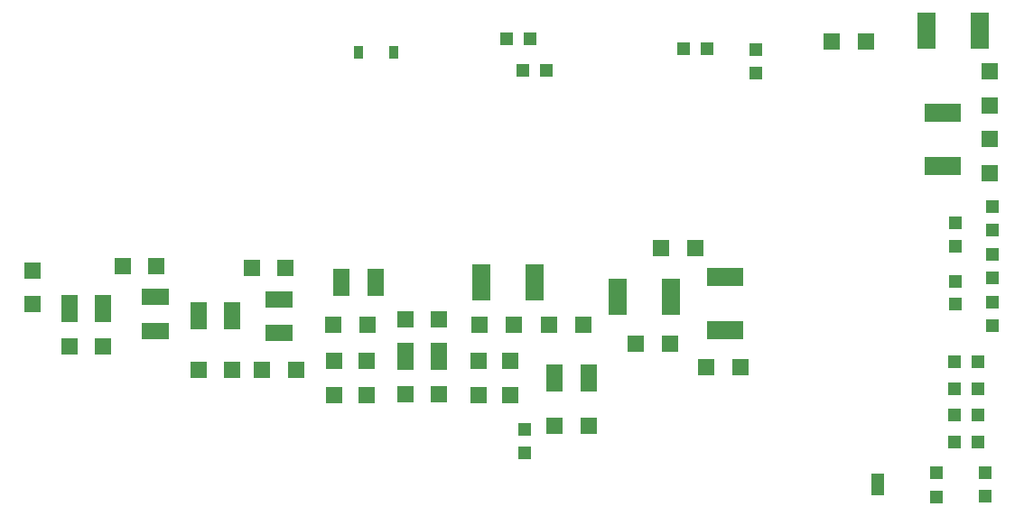
<source format=gbr>
G04 #@! TF.GenerationSoftware,KiCad,Pcbnew,5.0.2-bee76a0~70~ubuntu16.04.1*
G04 #@! TF.CreationDate,2019-02-20T20:44:02-08:00*
G04 #@! TF.ProjectId,n2adr,6e326164-722e-46b6-9963-61645f706362,E5b8*
G04 #@! TF.SameCoordinates,PX3dfd240PY3473bc0*
G04 #@! TF.FileFunction,Paste,Top*
G04 #@! TF.FilePolarity,Positive*
%FSLAX46Y46*%
G04 Gerber Fmt 4.6, Leading zero omitted, Abs format (unit mm)*
G04 Created by KiCad (PCBNEW 5.0.2-bee76a0~70~ubuntu16.04.1) date Wed 20 Feb 2019 08:44:02 PM PST*
%MOMM*%
%LPD*%
G01*
G04 APERTURE LIST*
%ADD10R,3.500000X1.800000*%
%ADD11R,1.250000X1.200000*%
%ADD12R,1.200000X1.250000*%
%ADD13R,1.600000X1.600000*%
%ADD14R,1.600000X2.500000*%
%ADD15R,2.500000X1.600000*%
%ADD16R,1.800000X3.500000*%
%ADD17R,1.300000X1.300000*%
%ADD18R,1.300000X2.000000*%
%ADD19R,0.900000X1.200000*%
G04 APERTURE END LIST*
D10*
G04 #@! TO.C,L2*
X70400000Y-31500000D03*
X70400000Y-26500000D03*
G04 #@! TD*
D11*
G04 #@! TO.C,C1*
X73300000Y-5200000D03*
X73300000Y-7400000D03*
G04 #@! TD*
D12*
G04 #@! TO.C,C2*
X68700000Y-5100000D03*
X66500000Y-5100000D03*
G04 #@! TD*
G04 #@! TO.C,C4*
X53600000Y-7100000D03*
X51400000Y-7100000D03*
G04 #@! TD*
D13*
G04 #@! TO.C,C8*
X65200000Y-32800000D03*
X62000000Y-32800000D03*
G04 #@! TD*
G04 #@! TO.C,C9*
X68600000Y-35000000D03*
X71800000Y-35000000D03*
G04 #@! TD*
G04 #@! TO.C,C10*
X64400000Y-23800000D03*
X67600000Y-23800000D03*
G04 #@! TD*
D12*
G04 #@! TO.C,R2*
X94100000Y-34500000D03*
X91900000Y-34500000D03*
G04 #@! TD*
G04 #@! TO.C,R3*
X91900000Y-42000000D03*
X94100000Y-42000000D03*
G04 #@! TD*
G04 #@! TO.C,R6*
X94100000Y-39500000D03*
X91900000Y-39500000D03*
G04 #@! TD*
G04 #@! TO.C,R7*
X91900000Y-37000000D03*
X94100000Y-37000000D03*
G04 #@! TD*
D13*
G04 #@! TO.C,C21*
X95200000Y-16800000D03*
X95200000Y-13600000D03*
G04 #@! TD*
G04 #@! TO.C,C22*
X95200000Y-7200000D03*
X95200000Y-10400000D03*
G04 #@! TD*
G04 #@! TO.C,C23*
X83600000Y-4400000D03*
X80400000Y-4400000D03*
G04 #@! TD*
G04 #@! TO.C,C24*
X5500000Y-25900000D03*
X5500000Y-29100000D03*
G04 #@! TD*
G04 #@! TO.C,C25*
X8900000Y-33000000D03*
X12100000Y-33000000D03*
G04 #@! TD*
G04 #@! TO.C,C26*
X13900000Y-25500000D03*
X17100000Y-25500000D03*
G04 #@! TD*
D14*
G04 #@! TO.C,L7*
X8900000Y-29500000D03*
X12100000Y-29500000D03*
G04 #@! TD*
D15*
G04 #@! TO.C,L8*
X17000000Y-31600000D03*
X17000000Y-28400000D03*
G04 #@! TD*
D13*
G04 #@! TO.C,C32*
X47250000Y-37600000D03*
X47250000Y-34400000D03*
G04 #@! TD*
G04 #@! TO.C,C33*
X33750000Y-37600000D03*
X33750000Y-34400000D03*
G04 #@! TD*
G04 #@! TO.C,C34*
X24200000Y-35200000D03*
X21000000Y-35200000D03*
G04 #@! TD*
G04 #@! TO.C,C35*
X50600000Y-31000000D03*
X47400000Y-31000000D03*
G04 #@! TD*
G04 #@! TO.C,C36*
X36850000Y-31000000D03*
X33650000Y-31000000D03*
G04 #@! TD*
G04 #@! TO.C,C37*
X50250000Y-37600000D03*
X50250000Y-34400000D03*
G04 #@! TD*
G04 #@! TO.C,C38*
X36750000Y-37600000D03*
X36750000Y-34400000D03*
G04 #@! TD*
G04 #@! TO.C,C39*
X27000000Y-35200000D03*
X30200000Y-35200000D03*
G04 #@! TD*
G04 #@! TO.C,C40*
X57100000Y-31000000D03*
X53900000Y-31000000D03*
G04 #@! TD*
G04 #@! TO.C,C41*
X43600000Y-30500000D03*
X40400000Y-30500000D03*
G04 #@! TD*
G04 #@! TO.C,C42*
X54400000Y-40500000D03*
X57600000Y-40500000D03*
G04 #@! TD*
G04 #@! TO.C,C43*
X40400000Y-37500000D03*
X43600000Y-37500000D03*
G04 #@! TD*
G04 #@! TO.C,C44*
X26000000Y-25700000D03*
X29200000Y-25700000D03*
G04 #@! TD*
D14*
G04 #@! TO.C,L10*
X34400000Y-27000000D03*
X37600000Y-27000000D03*
G04 #@! TD*
G04 #@! TO.C,L11*
X21000000Y-30200000D03*
X24200000Y-30200000D03*
G04 #@! TD*
G04 #@! TO.C,L13*
X40400000Y-34000000D03*
X43600000Y-34000000D03*
G04 #@! TD*
D15*
G04 #@! TO.C,L14*
X28600000Y-31800000D03*
X28600000Y-28600000D03*
G04 #@! TD*
D16*
G04 #@! TO.C,L1*
X60300000Y-28400000D03*
X65300000Y-28400000D03*
G04 #@! TD*
D10*
G04 #@! TO.C,L5*
X90800000Y-16100000D03*
X90800000Y-11100000D03*
G04 #@! TD*
D16*
G04 #@! TO.C,L6*
X94300000Y-3400000D03*
X89300000Y-3400000D03*
G04 #@! TD*
G04 #@! TO.C,L9*
X47500000Y-27000000D03*
X52500000Y-27000000D03*
G04 #@! TD*
D14*
G04 #@! TO.C,L12*
X54400000Y-36000000D03*
X57600000Y-36000000D03*
G04 #@! TD*
D11*
G04 #@! TO.C,C50*
X51600000Y-40800000D03*
X51600000Y-43000000D03*
G04 #@! TD*
G04 #@! TO.C,C47*
X92000000Y-21400000D03*
X92000000Y-23600000D03*
G04 #@! TD*
G04 #@! TO.C,C48*
X95500000Y-26600000D03*
X95500000Y-24400000D03*
G04 #@! TD*
G04 #@! TO.C,C49*
X92000000Y-26900000D03*
X92000000Y-29100000D03*
G04 #@! TD*
G04 #@! TO.C,L4*
X95500000Y-31100000D03*
X95500000Y-28900000D03*
G04 #@! TD*
G04 #@! TO.C,L15*
X95500000Y-19900000D03*
X95500000Y-22100000D03*
G04 #@! TD*
G04 #@! TO.C,R1*
X94800000Y-47100000D03*
X94800000Y-44900000D03*
G04 #@! TD*
D17*
G04 #@! TO.C,RV1*
X90250000Y-44850000D03*
D18*
X84750000Y-46000000D03*
D17*
X90250000Y-47150000D03*
G04 #@! TD*
D19*
G04 #@! TO.C,D3*
X36050000Y-5400000D03*
X39350000Y-5400000D03*
G04 #@! TD*
D12*
G04 #@! TO.C,FB1*
X49900000Y-4200000D03*
X52100000Y-4200000D03*
G04 #@! TD*
M02*

</source>
